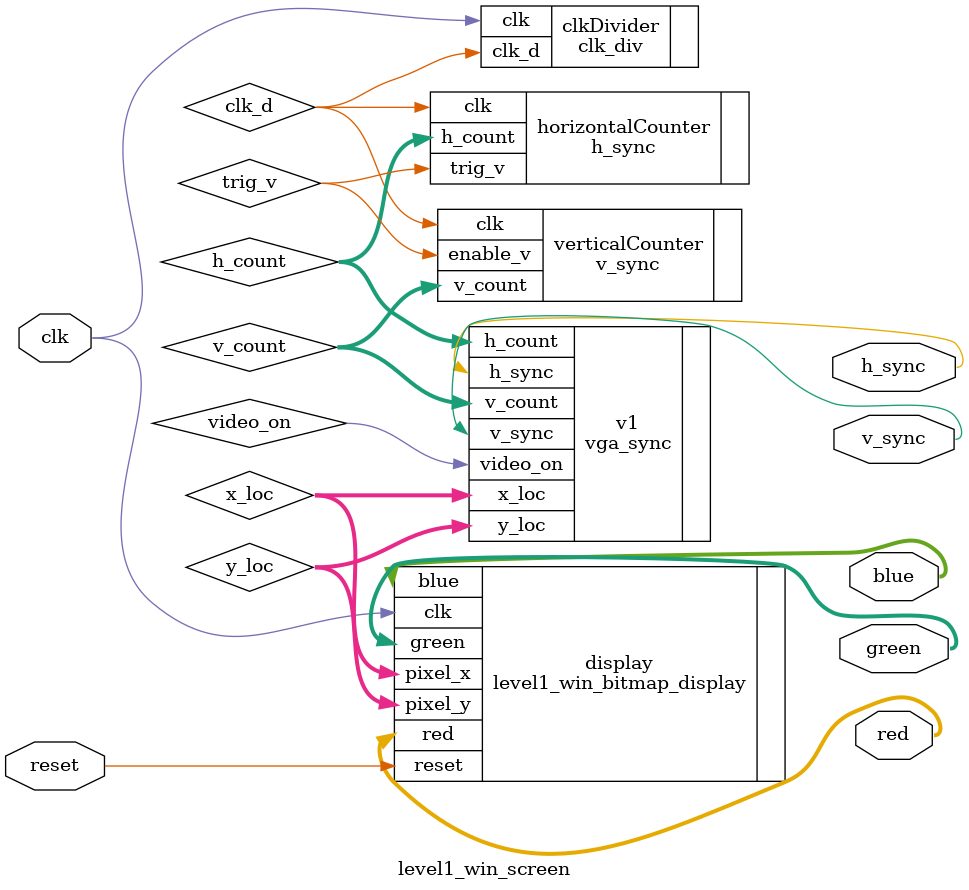
<source format=v>
`timescale 1ns / 1ps
module level1_win_screen(
    input clk,                    // System clock
    input reset,                  // Reset input
    output h_sync,                // Horizontal sync for VGA
    output v_sync,                // Vertical sync for VGA
    output [3:0] red,         // Red color output
    output [3:0] green,       // Green color output
    output [3:0] blue         // Blue color output
);

// Internal wires
wire clk_d;                     
wire [9:0] h_count;             
wire [9:0] v_count;             
wire video_on;                  
wire trig_v;                    
wire [9:0] x_loc;              
wire [9:0] y_loc;              

// Clock divider
clk_div clkDivider (
    .clk(clk),
    .clk_d(clk_d)
);

// Horizontal sync generator
h_sync horizontalCounter (
    .clk(clk_d),
    .h_count(h_count),
    .trig_v(trig_v)
);

// Vertical sync generator
v_sync verticalCounter (
    .clk(clk_d),
    .enable_v(trig_v),
    .v_count(v_count)
);

// VGA sync generator
vga_sync v1 (
    .h_count(h_count),
    .v_count(v_count),
    .h_sync(h_sync),
    .v_sync(v_sync),
    .video_on(video_on),
    .x_loc(x_loc),
    .y_loc(y_loc)
);

// VGA pixel output
level1_win_bitmap_display display (
    .clk(clk),
    .reset(reset),
    .pixel_x(x_loc),
    .pixel_y(y_loc),
    .red(red),
    .green(green),
    .blue(blue)
);

endmodule

</source>
